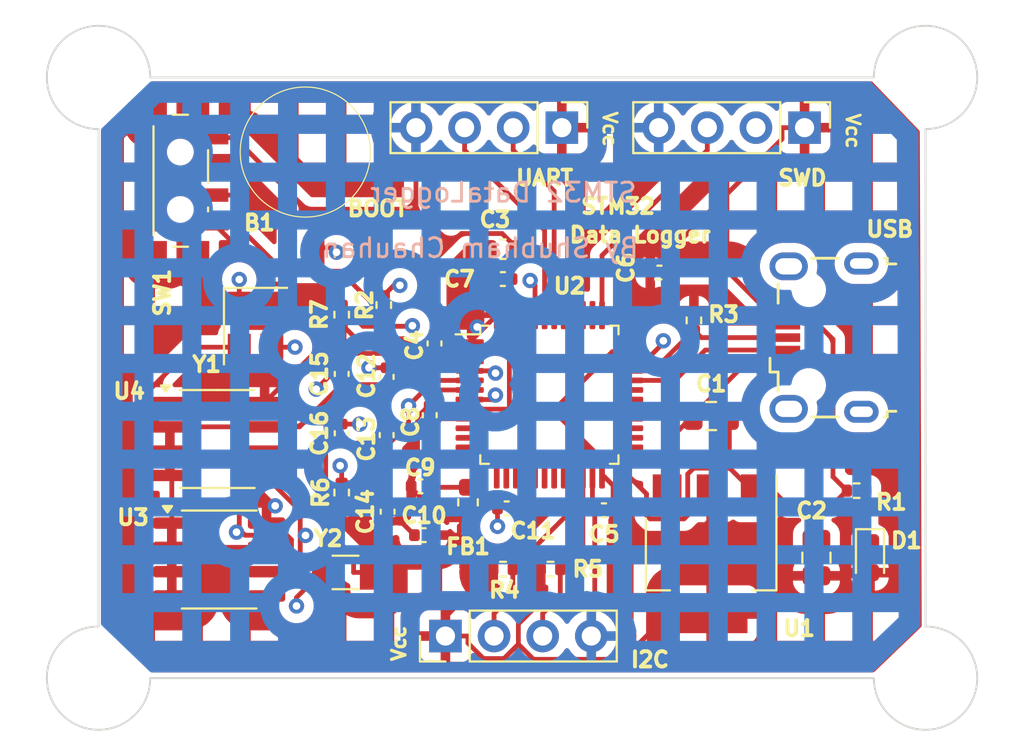
<source format=kicad_pcb>
(kicad_pcb (version 20240108) (generator "pcbnew") (generator_version "8.0")
  (title_block (title "STM32 Data Logger") (date "2026-01-10"))
  (layers (0 "F.Cu" mixed) (1 "In1.Cu" mixed) (2 "In2.Cu" mixed) (31 "B.Cu" power) (34 "B.Paste" user) (35 "F.Paste" user) (36 "B.SilkS" user "B.Silkscreen") (37 "F.SilkS" user "F.Silkscreen") (38 "B.Mask" user) (39 "F.Mask" user) (44 "Edge.Cuts" user))
  (net 0 "")
  (net 1 "VBUS")
  (net 2 "GND")
  (net 3 "+3.3V")
  (net 4 "+3.3VA")
  (net 5 "/NRST")
  (net 6 "/HSE_IN")
  (net 7 "/HSE_OUT")
  (net 8 "/PWR_LED_K")
  (net 9 "/USB_D-")
  (net 10 "/USB_D+")
  (net 13 "/USART1_TX")
  (net 14 "/USART1_RX")
  (net 15 "/SWDIO")
  (net 16 "/SWCLK")
  (net 17 "/I2C2_SCL")
  (net 18 "/I2C2_SDA")
  (net 19 "/BOOT0_SW")
  (net 20 "/BOOT0")
  (net 49 "Net-(U2-PC14)")
  (net 50 "Net-(U2-PC15)")
  (net 51 "/VBAT")
  (footprint "Capacitor_SMD:C_0402_1005Metric" (layer "F.Cu") (at 138.68 108.125 180)
    (property "Reference" "C10")
    (property "Value" "1u")
  )
  (footprint "MountingHole:MountingHole_2.2mm_M2" (layer "F.Cu") (at 164.9 115.6)
    (property "Reference" "H2")
    (property "Value" "MountingHole")
  )
  (footprint "Package_TO_SOT_SMD:SOT-223-3_TabPin2" (layer "F.Cu") (at 153.7 109.1 -90)
    (property "Reference" "U1")
    (property "Value" "AMS1117-3.3")
  )
  (footprint "Resistor_SMD:R_0402_1005Metric" (layer "F.Cu") (at 134.4 105.9 -90)
    (property "Reference" "R6")
    (property "Value" "220K")
  )
  (footprint "Resistor_SMD:R_0402_1005Metric" (layer "F.Cu") (at 161.3 105.8 180)
    (property "Reference" "R1")
    (property "Value" "1k5")
  )
  (footprint "Capacitor_SMD:C_0402_1005Metric" (layer "F.Cu") (at 143.02 106.725)
    (property "Reference" "C11")
    (property "Value" "100n")
  )
  (footprint "Resistor_SMD:R_0402_1005Metric" (layer "F.Cu") (at 134.4 96.6 90)
    (property "Reference" "R7")
    (property "Value" "100K")
  )
  (footprint "Package_SO:SOIC-8_3.9x4.9mm_P1.27mm" (layer "F.Cu") (at 128 109.4)
    (property "Reference" "U3")
    (property "Value" "24LC1025")
  )
  (footprint "Package_SO:SOIC-8_3.9x4.9mm_P1.27mm" (layer "F.Cu") (at 127.9 103.1)
    (property "Reference" "U4")
    (property "Value" "24LC1025")
  )
  (footprint "Connector_PinHeader_2.54mm:PinHeader_1x04_P2.54mm_Vertical" (layer "F.Cu") (at 158.58 86.825 -90)
    (property "Reference" "J3")
    (property "Value" "Conn_01x04_Pin")
  )
  (footprint "Crystal:Crystal_SMD_3215-2Pin_3.2x1.5mm" (layer "F.Cu") (at 134.6 110.075)
    (property "Reference" "Y2")
    (property "Value" "32.768 MHz")
  )
  (footprint "MountingHole:MountingHole_2.2mm_M2" (layer "F.Cu") (at 164.9 84.2)
    (property "Reference" "H3")
    (property "Value" "MountingHole")
  )
  (footprint "Capacitor_SMD:C_0402_1005Metric" (layer "F.Cu") (at 139 101.855 90)
    (property "Reference" "C8")
    (property "Value" "10n")
  )
  (footprint "MountingHole:MountingHole_2.2mm_M2" (layer "F.Cu") (at 121.7 115.6)
    (property "Reference" "H1")
    (property "Value" "MountingHole")
  )
  (footprint "Resistor_SMD:R_0402_1005Metric" (layer "F.Cu") (at 145.31 109.9)
    (property "Reference" "R5")
    (property "Value" "4.7K")
  )
  (footprint "Inductor_SMD:L_0603_1608Metric" (layer "F.Cu") (at 141 106.4125 90)
    (property "Reference" "FB1")
    (property "Value" "120R")
  )
  (footprint "LED_SMD:LED_0603_1608Metric" (layer "F.Cu") (at 162 109.3 -90)
    (property "Reference" "D1")
    (property "Value" "LED")
  )
  (footprint "Capacitor_SMD:C_0402_1005Metric" (layer "F.Cu") (at 142.82 94.7382)
    (property "Reference" "C7")
    (property "Value" "100n")
  )
  (footprint "Capacitor_SMD:C_0402_1005Metric" (layer "F.Cu") (at 134.4 102.8 90)
    (property "Reference" "C16")
    (property "Value" "10pF")
  )
  (footprint "Resistor_SMD:R_0402_1005Metric" (layer "F.Cu") (at 152.8 96.9 -90)
    (property "Reference" "R3")
    (property "Value" "1k5")
  )
  (footprint "Button_Switch_SMD:SW_SPDT_PCM12" (layer "F.Cu") (at 126.3 89.6 -90)
    (property "Reference" "SW1")
    (property "Value" "SW_SPDT")
  )
  (footprint "Connector_PinHeader_2.54mm:PinHeader_1x04_P2.54mm_Vertical" (layer "F.Cu") (at 145.9 86.825 -90)
    (property "Reference" "J2")
    (property "Value" "Conn_01x04_Pin")
  )
  (footprint "Capacitor_SMD:C_0603_1608Metric" (layer "F.Cu") (at 142.825 93.1758)
    (property "Reference" "C3")
    (property "Value" "10u")
  )
  (footprint "Capacitor_SMD:C_0402_1005Metric" (layer "F.Cu") (at 151 94.4)
    (property "Reference" "C6")
    (property "Value" "100n")
  )
  (footprint "Crystal:Crystal_SMD_3225-4Pin_3.2x2.5mm" (layer "F.Cu") (at 129.9 97.2 -90)
    (property "Reference" "Y1")
    (property "Value" "16MHz")
  )
  (footprint "Capacitor_SMD:C_0402_1005Metric" (layer "F.Cu") (at 148.1 106.825 180)
    (property "Reference" "C5")
    (property "Value" "100n")
  )
  (footprint "Package_QFP:LQFP-48_7x7mm_P0.5mm" (layer "F.Cu") (at 145.25 100.7875)
    (property "Reference" "U2")
    (property "Value" "STM32F103C8Tx")
  )
  (footprint "MS621T-FL11E:MS621FE-FL11E" (layer "F.Cu") (at 132.5 88.1 -90)
    (property "Reference" "B1")
    (property "Value" "MS621T-FL11E")
    (property "VALUE" "3.0mAh" (hide yes))
  )
  (footprint "MountingHole:MountingHole_2.2mm_M2" (layer "F.Cu") (at 121.7 84.2)
    (property "Reference" "H4")
    (property "Value" "MountingHole")
  )
  (footprint "Capacitor_SMD:C_0805_2012Metric" (layer "F.Cu") (at 153.7 101.9)
    (property "Reference" "C1")
    (property "Value" "22u")
  )
  (footprint "Capacitor_SMD:C_0805_2012Metric" (layer "F.Cu") (at 159.2 109.3 90)
    (property "Reference" "C2")
    (property "Value" "22u")
  )
  (footprint "Capacitor_SMD:C_0402_1005Metric" (layer "F.Cu") (at 138.51 105.575 180)
    (property "Reference" "C9")
    (property "Value" "1u")
  )
  (footprint "Capacitor_SMD:C_0402_1005Metric" (layer "F.Cu") (at 134.4 99.7 90)
    (property "Reference" "C15")
    (property "Value" "10pF")
  )
  (footprint "Capacitor_SMD:C_0402_1005Metric" (layer "F.Cu") (at 136.75 102.895 90)
    (property "Reference" "C13")
    (property "Value" "10p")
  )
  (footprint "Resistor_SMD:R_0402_1005Metric" (layer "F.Cu") (at 136.6 96.1 90)
    (property "Reference" "R2")
    (property "Value" "10k")
  )
  (footprint "Connector_PinHeader_2.54mm:PinHeader_1x04_P2.54mm_Vertical" (layer "F.Cu") (at 139.82 113.4 90)
    (property "Reference" "J4")
    (property "Value" "Conn_01x04_Pin")
  )
  (footprint "Capacitor_SMD:C_0402_1005Metric" (layer "F.Cu") (at 136.75 99.855 -90)
    (property "Reference" "C12")
    (property "Value" "10p")
  )
  (footprint "Capacitor_SMD:C_0402_1005Metric" (layer "F.Cu") (at 136.8 106.9 90)
    (property "Reference" "C14")
    (property "Value" "100nF")
  )
  (footprint "Capacitor_SMD:C_0402_1005Metric" (layer "F.Cu") (at 139.25 98.105 90)
    (property "Reference" "C4")
    (property "Value" "100n")
  )
  (footprint "Connector_USB:USB_Micro-B_Wuerth_629105150521" (layer "F.Cu") (at 159.6 97.8 90)
    (property "Reference" "J1")
    (property "Value" "USB_B_Micro")
  )
  (footprint "Resistor_SMD:R_0402_1005Metric" (layer "F.Cu") (at 142.83 109.9)
    (property "Reference" "R4")
    (property "Value" "4.7K")
  )
  (gr_arc (start 162.2 84.2) (mid 166.809188 82.290812) (end 164.9 86.9) (stroke (width 0.1)) (layer "Edge.Cuts"))
  (gr_line (start 124.4 115.6) (end 162.2 115.6) (stroke (width 0.1)) (layer "Edge.Cuts"))
  (gr_line (start 164.9 86.9) (end 164.9 112.9) (stroke (width 0.1)) (layer "Edge.Cuts"))
  (gr_arc (start 121.7 86.9) (mid 119.790812 82.290812) (end 124.4 84.2) (stroke (width 0.1)) (layer "Edge.Cuts"))
  (gr_line (start 121.7 86.9) (end 121.7 112.9) (stroke (width 0.1)) (layer "Edge.Cuts"))
  (gr_line (start 162.2 84.2) (end 124.4 84.2) (stroke (width 0.1)) (layer "Edge.Cuts"))
  (gr_arc (start 124.4 115.6) (mid 119.790812 117.509188) (end 121.7 112.9) (stroke (width 0.1)) (layer "Edge.Cuts"))
  (gr_arc (start 164.9 112.9) (mid 166.809188 117.509188) (end 162.2 115.6) (stroke (width 0.1)) (layer "Edge.Cuts"))
  (gr_text "STM32 DataLogger" (at 149.9 90.8 0) (layer "B.SilkS") (effects (font (size 1 1)) (justify left bottom mirror)))
  (gr_text "By Shubham Chauhan" (at 150 93.7 0) (layer "B.SilkS") (effects (font (size 1 1)) (justify left bottom mirror)))
  (gr_text "UART" (at 143.4 89.925 0) (layer "F.SilkS") (effects (font (size 0.8 0.8) (thickness 0.7)) (justify left bottom)))
  (gr_text "Vcc" (at 160.7 86 -90) (layer "F.SilkS") (effects (font (size 0.7 0.7)) (justify left bottom)))
  (gr_text "SWD" (at 157.1 89.925 0) (layer "F.SilkS") (effects (font (size 0.8 0.8) (thickness 0.7)) (justify left bottom)))
  (gr_text "USB" (at 161.7 92.6 0) (layer "F.SilkS") (effects (font (size 0.8 0.8) (thickness 0.7)) (justify left bottom)))
  (gr_text "Data Logger" (at 146.2 92.9 0) (layer "F.SilkS") (effects (font (size 0.8 0.8) (thickness 0.7)) (justify left bottom)))
  (gr_text "I2C" (at 149.4 115.1 0) (layer "F.SilkS") (effects (font (size 0.8 0.8) (thickness 0.7)) (justify left bottom)))
  (gr_text "STM32" (at 146.8 91.4 0) (layer "F.SilkS") (effects (font (size 0.8 0.8) (thickness 0.7) (bold yes)) (justify left bottom)))
  (gr_text "Vcc" (at 148 85.9 -90) (layer "F.SilkS") (effects (font (size 0.7 0.7)) (justify left bottom)))
  (gr_text "Vcc" (at 137.8 114.8 90) (layer "F.SilkS") (effects (font (size 0.7 0.7) (thickness 0.175) (bold yes)) (justify left bottom)))
  (gr_text "BOOT" (at 134.6 91.525 0) (layer "F.SilkS") (effects (font (size 0.8 0.8) (thickness 0.7)) (justify left bottom)))
  (segment (start 151.4 103.25) (end 151.4 105.95) (width 0.25) (layer "F.Cu") (net 1))
  (segment (start 156.7233 99.1) (end 155.55 99.1) (width 0.25) (layer "F.Cu") (net 1))
  (segment (start 152.75 101.9) (end 151.4 103.25) (width 0.25) (layer "F.Cu") (net 1))
  (segment (start 155.55 99.1) (end 152.75 101.9) (width 0.25) (layer "F.Cu") (net 1))
  (segment (start 157.7 99.1) (end 156.7233 99.1) (width 0.25) (layer "F.Cu") (net 1))
  (segment (start 134.4 100.2574) (end 136.6724 100.2574) (width 0.25) (layer "F.Cu") (net 2))
  (segment (start 160.79 105.8) (end 159.995 106.595) (width 0.25) (layer "F.Cu") (net 2))
  (segment (start 152.7858 104.6233) (end 154.65 104.6233) (width 0.25) (layer "F.Cu") (net 2))
  (segment (start 145.4549 101.6193) (end 147.7398 103.9042) (width 0.25) (layer "F.Cu") (net 2))
  (segment (start 145.4549 101.6193) (end 145.3731 101.5375) (width 0.25) (layer "F.Cu") (net 2))
  (segment (start 138.03 105.6636) (end 138.6007 106.2343) (width 0.25) (layer "F.Cu") (net 2))
  (segment (start 156 105.95) (end 157.0767 105.95) (width 0.25) (layer "F.Cu") (net 2))
  (segment (start 136.6697 102.415) (end 136.75 102.415) (width 0.25) (layer "F.Cu") (net 2))
  (segment (start 152.2854 107.2767) (end 152.4767 107.0854) (width 0.25) (layer "F.Cu") (net 2))
  (segment (start 139.25 93.7654) (end 139.25 97.625) (width 0.25) (layer "F.Cu") (net 2))
  (segment (start 125.525 111.305) (end 125.525 110.035) (width 0.25) (layer "F.Cu") (net 2))
  (segment (start 130.475 108.765) (end 125.525 108.765) (width 0.25) (layer "F.Cu") (net 2))
  (segment (start 158.6767 96.5) (end 160.0652 97.8885) (width 0.25) (layer "F.Cu") (net 2))
  (segment (start 143 95.0382) (end 143 96.625) (width 0.25) (layer "F.Cu") (net 2))
  (segment (start 132.59 91.1333) (end 131.75 91.9733) (width 0.25) (layer "F.Cu") (net 2))
  (segment (start 138.03 105.575) (end 138.03 105.6636) (width 0.25) (layer "F.Cu") (net 2))
  (segment (start 142.7846 92.3604) (end 140.655 92.3604) (width 0.25) (layer "F.Cu") (net 2))
  (segment (start 129.05 97.2733) (end 130.6034 97.2733) (width 0.25) (layer "F.Cu") (net 2))
  (segment (start 125.525 110.035) (end 125.525 108.765) (width 0.25) (layer "F.Cu") (net 2))
  (segment (start 147.5 104.95) (end 147.5 106.705) (width 0.25) (layer "F.Cu") (net 2))
  (segment (start 150.5146 107.2767) (end 152.2854 107.2767) (width 0.25) (layer "F.Cu") (net 2))
  (segment (start 147.7398 103.9042) (end 147.5 104.144) (width 0.25) (layer "F.Cu") (net 2))
  (segment (start 157.7217 106.595) (end 157.0767 105.95) (width 0.25) (layer "F.Cu") (net 2))
  (segment (start 132.1924 102.465) (end 130.375 102.465) (width 0.25) (layer "F.Cu") (net 2))
  (segment (start 138.779 106.4126) (end 141.5724 106.4126) (width 0.25) (layer "F.Cu") (net 2))
  (segment (start 125.525 108.765) (end 125.525 107.495) (width 0.25) (layer "F.Cu") (net 2))
  (segment (start 138.6007 106.2343) (end 137.455 107.38) (width 0.25) (layer "F.Cu") (net 2))
  (segment (start 157.2117 96.5) (end 156.7233 96.5) (width 0.25) (layer "F.Cu") (net 2))
  (segment (start 140.1044 92.911) (end 138.28 91.0866) (width 0.25) (layer "F.Cu") (net 2))
  (segment (start 138.28 91.0866) (end 138.28 87.4133) (width 0.25) (layer "F.Cu") (net 2))
  (segment (start 134.4 100.18) (end 134.4 100.2574) (width 0.25) (layer "F.Cu") (net 2))
  (segment (start 156.7233 96.5) (end 154.6233 94.4) (width 0.25) (layer "F.Cu") (net 2))
  (segment (start 134.4353 103.3153) (end 134.4 103.28) (width 0.25) (layer "F.Cu") (net 2))
  (segment (start 136.75 100.335) (end 136.75 102.415) (width 0.25) (layer "F.Cu") (net 2))
  (segment (start 132.6367 91.0866) (end 132.59 91.1333) (width 0.25) (layer "F.Cu") (net 2))
  (segment (start 143.1607 101.5375) (end 141.0875 101.5375) (width 0.25) (layer "F.Cu") (net 2))
  (segment (start 131.75 93.15) (end 131.75 91.9733) (width 0.25) (layer "F.Cu") (net 2))
  (segment (start 126.593 98.3) (end 129.05 98.3) (width 0.25) (layer "F.Cu") (net 2))
  (segment (start 135.7694 103.3153) (end 134.4353 103.3153) (width 0.25) (layer "F.Cu") (net 2))
  (segment (start 148.5367 98.5375) (end 145.4549 101.6193) (width 0.25) (layer "F.Cu") (net 2))
  (segment (start 127.73 87.35) (end 128.8067 87.35) (width 0.25) (layer "F.Cu") (net 2))
  (segment (start 138.03 104.0049) (end 138.03 105.575) (width 0.25) (layer "F.Cu") (net 2))
  (segment (start 147.62 112.0433) (end 147.62 106.825) (width 0.25) (layer "F.Cu") (net 2))
  (segment (start 125.425 105.005) (end 125.525 105.105) (width 0.25) (layer "F.Cu") (net 2))
  (segment (start 139 101.5375) (end 138.7757 101.5375) (width 0.25) (layer "F.Cu") (net 2))
  (segment (start 141.0875 101.5375) (end 139 101.5375) (width 0.25) (layer "F.Cu") (net 2))
  (segment (start 154.65 104.6233) (end 154.6733 104.6233) (width 0.25) (layer "F.Cu") (net 2))
  (segment (start 134.4 100.2574) (end 132.1924 102.465) (width 0.25) (layer "F.Cu") (net 2))
  (segment (start 157.2117 96.5) (end 157.7 96.5) (width 0.25) (layer "F.Cu") (net 2))
  (segment (start 139 101.5375) (end 139 101.375) (width 0.25) (layer "F.Cu") (net 2))
  (segment (start 136.3873 104.0049) (end 135.7694 103.387) (width 0.25) (layer "F.Cu") (net 2))
  (segment (start 130.6034 97.2733) (end 130.75 97.1267) (width 0.25) (layer "F.Cu") (net 2))
  (segment (start 154.6733 104.6233) (end 156 105.95) (width 0.25) (layer "F.Cu") (net 2))
  (segment (start 137.455 107.38) (end 138.2 108.125) (width 0.25) (layer "F.Cu") (net 2))
  (segment (start 141.5724 106.4126) (end 141.9462 106.0388) (width 0.25) (layer "F.Cu") (net 2))
  (segment (start 141.9462 106.0388) (end 142.8968 106.0388) (width 0.25) (layer "F.Cu") (net 2))
  (segment (start 135.7694 103.387) (end 135.7694 103.3153) (width 0.25) (layer "F.Cu") (net 2))
  (segment (start 159.2 106.595) (end 159.2 108.35) (width 0.25) (layer "F.Cu") (net 2))
  (segment (start 143.3 94.7382) (end 143 95.0382) (width 0.25) (layer "F.Cu") (net 2))
  (segment (start 149.4125 98.5375) (end 148.5367 98.5375) (width 0.25) (layer "F.Cu") (net 2))
  (segment (start 138.28 91.0866) (end 132.6367 91.0866) (width 0.25) (layer "F.Cu") (net 2))
  (segment (start 159.995 106.595) (end 159.2 106.595) (width 0.25) (layer "F.Cu") (net 2))
  (segment (start 138.7757 101.5375) (end 138.3628 101.9504) (width 0.25) (layer "F.Cu") (net 2))
  (segment (start 152.4767 104.9324) (end 152.7858 104.6233) (width 0.25) (layer "F.Cu") (net 2))
  (segment (start 147.44 112.2233) (end 147.62 112.0433) (width 0.25) (layer "F.Cu") (net 2))
  (segment (start 135.7694 103.3153) (end 136.6697 102.415) (width 0.25) (layer "F.Cu") (net 2))
  (segment (start 150.3233 105.9666) (end 150.3233 107.0854) (width 0.25) (layer "F.Cu") (net 2))
  (segment (start 124.1103 101.5816) (end 124.1103 100.7827) (width 0.25) (layer "F.Cu") (net 2))
  (segment (start 160.0652 97.8885) (end 160.0652 105.0752) (width 0.25) (layer "F.Cu") (net 2))
  (segment (start 125.425 102.465) (end 124.9937 102.465) (width 0.25) (layer "F.Cu") (net 2))
  (segment (start 130.375 102.465) (end 125.425 102.465) (width 0.25) (layer "F.Cu") (net 2))
  (segment (start 143.1607 98.4038) (end 143.1607 101.5375) (width 0.25) (layer "F.Cu") (net 2))
  (segment (start 143.5 106.642) (end 143.5 106.725) (width 0.25) (layer "F.Cu") (net 2))
  (segment (start 140.1044 92.911) (end 139.25 93.7654) (width 0.25) (layer "F.Cu") (net 2))
  (segment (start 138.6007 106.2343) (end 138.779 106.4126) (width 0.25) (layer "F.Cu") (net 2))
  (segment (start 125.425 105.005) (end 125.425 103.735) (width 0.25) (layer "F.Cu") (net 2))
  (segment (start 147.44 113.4) (end 147.44 112.2233) (width 0.25) (layer "F.Cu") (net 2))
  (segment (start 140.655 92.3604) (end 140.1044 92.911) (width 0.25) (layer "F.Cu") (net 2))
  (segment (start 160.0652 105.0752) (end 160.79 105.8) (width 0.25) (layer "F.Cu") (net 2))
  (segment (start 157.7 96.5) (end 158.6767 96.5) (width 0.25) (layer "F.Cu") (net 2))
  (segment (start 143.6 93.1758) (end 143.3 93.4758) (width 0.25) (layer "F.Cu") (net 2))
  (segment (start 138.3628 103.6721) (end 138.03 104.0049) (width 0.25) (layer "F.Cu") (net 2))
  (segment (start 143 96.625) (end 143 98.2431) (width 0.25) (layer "F.Cu") (net 2))
  (segment (start 125.425 103.735) (end 125.425 102.465) (width 0.25) (layer "F.Cu") (net 2))
  (segment (start 129.05 98.3) (end 129.05 97.2733) (width 0.25) (layer "F.Cu") (net 2))
  (segment (start 154.6233 94.4) (end 151.48 94.4) (width 0.25) (layer "F.Cu") (net 2))
  (segment (start 125.525 105.105) (end 125.525 107.495) (width 0.25) (layer "F.Cu") (net 2))
  (segment (start 147.7398 103.9042) (end 147.7585 103.8855) (width 0.25) (layer "F.Cu") (net 2))
  (segment (start 143.3 93.4758) (end 143.3 94.7382) (width 0.25) (layer "F.Cu") (net 2))
  (segment (start 147.7585 103.8855) (end 148.2422 103.8855) (width 0.25) (layer "F.Cu") (net 2))
  (segment (start 154.65 104.6233) (end 154.65 101.9) (width 0.25) (layer "F.Cu") (net 2))
  (segment (start 150.3233 107.0854) (end 150.5146 107.2767) (width 0.25) (layer "F.Cu") (net 2))
  (segment (start 152.4767 107.0854) (end 152.4767 104.9324) (width 0.25) (layer "F.Cu") (net 2))
  (segment (start 138.3628 101.9504) (end 138.3628 103.6721) (width 0.25) (layer "F.Cu") (net 2))
  (segment (start 130.75 96.1) (end 130.75 97.1267) (width 0.25) (layer "F.Cu") (net 2))
  (segment (start 145.3731 101.5375) (end 143.1607 101.5375) (width 0.25) (layer "F.Cu") (net 2))
  (segment (start 138.28 86.825) (end 138.28 87.4133) (width 0.25) (layer "F.Cu") (net 2))
  (segment (start 159.2 106.595) (end 157.7217 106.595) (width 0.25) (layer "F.Cu") (net 2))
  (segment (start 143.6 93.1758) (end 142.7846 92.3604) (width 0.25) (layer "F.Cu") (net 2))
  (segment (start 124.1103 100.7827) (end 126.593 98.3) (width 0.25) (layer "F.Cu") (net 2))
  (segment (start 147.5 104.144) (end 147.5 104.95) (width 0.25) (layer "F.Cu") (net 2))
  (segment (start 143 98.2431) (end 143.1607 98.4038) (width 0.25) (layer "F.Cu") (net 2))
  (segment (start 138.03 104.0049) (end 136.3873 104.0049) (width 0.25) (layer "F.Cu") (net 2))
  (segment (start 142.8968 106.0388) (end 143.5 106.642) (width 0.25) (layer "F.Cu") (net 2))
  (segment (start 148.2422 103.8855) (end 150.3233 105.9666) (width 0.25) (layer "F.Cu") (net 2))
  (segment (start 136.6724 100.2574) (end 136.75 100.335) (width 0.25) (layer "F.Cu") (net 2))
  (segment (start 132.59 91.1333) (end 128.8067 87.35) (width 0.25) (layer "F.Cu") (net 2))
  (segment (start 147.5 106.705) (end 147.62 106.825) (width 0.25) (layer "F.Cu") (net 2))
  (segment (start 124.9937 102.465) (end 124.1103 101.5816) (width 0.25) (layer "F.Cu") (net 2))
  (segment (start 136.8 107.38) (end 137.455 107.38) (width 0.25) (layer "F.Cu") (net 2))
  (segment (start 133.9677 97.6023) (end 133.9677 97.5423) (width 0.25) (layer "F.Cu") (net 3))
  (segment (start 142.32 109.9) (end 140.545 108.125) (width 0.25) (layer "F.Cu") (net 3))
  (segment (start 153.7 112.25) (end 155.9267 112.25) (width 0.25) (layer "F.Cu") (net 3))
  (segment (start 139.5785 98.585) (end 140.126 98.0375) (width 0.25) (layer "F.Cu") (net 3))
  (segment (start 148.58 106.825) (end 150.1842 108.4292) (width 0.25) (layer "F.Cu") (net 3))
  (segment (start 149.4125 98.0375) (end 151.06 96.39) (width 0.25) (layer "F.Cu") (net 3))
  (segment (start 143.63 113.8265) (end 142.8798 114.5767) (width 0.25) (layer "F.Cu") (net 3))
  (segment (start 133.9677 97.5423) (end 134.4 97.11) (width 0.25) (layer "F.Cu") (net 3))
  (segment (start 157.9267 110.25) (end 155.9267 112.25) (width 0.25) (layer "F.Cu") (net 3))
  (segment (start 140.545 107.655) (end 140.545 108.125) (width 0.25) (layer "F.Cu") (net 3))
  (segment (start 149.106 114.6173) (end 151.4733 112.25) (width 0.25) (layer "F.Cu") (net 3))
  (segment (start 153.7 112.25) (end 151.4733 112.25) (width 0.25) (layer "F.Cu") (net 3))
  (segment (start 150.52 95.85) (end 151.06 96.39) (width 0.25) (layer "F.Cu") (net 3))
  (segment (start 144.8 109.9) (end 144.8 111.6) (width 0.25) (layer "F.Cu") (net 3))
  (segment (start 150.1842 108.4292) (end 151.4733 108.4292) (width 0.25) (layer "F.Cu") (net 3))
  (segment (start 151.06 96.39) (end 152.8 96.39) (width 0.25) (layer "F.Cu") (net 3))
  (segment (start 139.25 98.585) (end 138.4248 98.585) (width 0.25) (layer "F.Cu") (net 3))
  (segment (start 130.375 101.195) (end 133.9677 97.6023) (width 0.25) (layer "F.Cu") (net 3))
  (segment (start 142.34 94.7382) (end 142.05 94.4482) (width 0.25) (layer "F.Cu") (net 3))
  (segment (start 136.7585 108.7685) (end 134.4 106.41) (width 0.25) (layer "F.Cu") (net 3))
  (segment (start 137.6978 97.858) (end 135.148 97.858) (width 0.25) (layer "F.Cu") (net 3))
  (segment (start 125.425 101.195) (end 130.375 101.195) (width 0.25) (layer "F.Cu") (net 3))
  (segment (start 142.34 94.7382) (end 142.34 96.465) (width 0.25) (layer "F.Cu") (net 3))
  (segment (start 139.16 108.1996) (end 138.5911 108.7685) (width 0.25) (layer "F.Cu") (net 3))
  (segment (start 138.5911 108.7685) (end 136.7585 108.7685) (width 0.25) (layer "F.Cu") (net 3))
  (segment (start 139.9967 112.2233) (end 142.32 109.9) (width 0.25) (layer "F.Cu") (net 3))
  (segment (start 144.8 111.6) (end 143.63 112.77) (width 0.25) (layer "F.Cu") (net 3))
  (segment (start 130.8748 94.9948) (end 127.73 91.85) (width 0.25) (layer "F.Cu") (net 3))
  (segment (start 140.9967 113.7678) (end 140.9967 113.4) (width 0.25) (layer "F.Cu") (net 3))
  (segment (start 139.16 108.125) (end 140.545 108.125) (width 0.25) (layer "F.Cu") (net 3))
  (segment (start 152.5475 108.4292) (end 153.7 107.2767) (width 0.25) (layer "F.Cu") (net 3))
  (segment (start 130.475 107.0437) (end 130.475 107.495) (width 0.25) (layer "F.Cu") (net 3))
  (segment (start 150.52 94.4) (end 150.52 95.85) (width 0.25) (layer "F.Cu") (net 3))
  (segment (start 139.82 113.4) (end 140.9967 113.4) (width 0.25) (layer "F.Cu") (net 3))
  (segment (start 157.4033 86.825) (end 157.4033 87.4153) (width 0.25) (layer "F.Cu") (net 3))
  (segment (start 143.63 112.77) (end 143.63 113.8265) (width 0.25) (layer "F.Cu") (net 3))
  (segment (start 139.82 113.4) (end 139.82 112.2233) (width 0.25) (layer "F.Cu") (net 3))
  (segment (start 141.6814 97.4436) (end 141.0875 98.0375) (width 0.25) (layer "F.Cu") (net 3))
  (segment (start 151.4733 112.25) (end 151.4733 108.4292) (width 0.25) (layer "F.Cu") (net 3))
  (segment (start 157.4033 87.4153) (end 150.52 94.2986) (width 0.25) (layer "F.Cu") (net 3))
  (segment (start 144.4208 114.6173) (end 149.106 114.6173) (width 0.25) (layer "F.Cu") (net 3))
  (segment (start 139.82 112.2233) (end 139.9967 112.2233) (width 0.25) (layer "F.Cu") (net 3))
  (segment (start 161.8375 110.25) (end 159.2 110.25) (width 0.25) (layer "F.Cu") (net 3))
  (segment (start 143.63 113.8265) (end 144.4208 114.6173) (width 0.25) (layer "F.Cu") (net 3))
  (segment (start 139.25 98.585) (end 139.5785 98.585) (width 0.25) (layer "F.Cu") (net 3))
  (segment (start 131.4202 94.9948) (end 130.8748 94.9948) (width 0.25) (layer "F.Cu") (net 3))
  (segment (start 150.52 94.2986) (end 150.52 94.4) (width 0.25) (layer "F.Cu") (net 3))
  (segment (start 142.8798 114.5767) (end 141.8056 114.5767) (width 0.25) (layer "F.Cu") (net 3))
  (segment (start 141.6814 97.4436) (end 141.4815 97.2438) (width 0.25) (layer "F.Cu") (net 3))
  (segment (start 148.58 106.825) (end 148.58 105.53) (width 0.25) (layer "F.Cu") (net 3))
  (segment (start 133.9677 97.5423) (end 131.4202 94.9948) (width 0.25) (layer "F.Cu") (net 3))
  (segment (start 158.58 86.825) (end 157.4033 86.825) (width 0.25) (layer "F.Cu") (net 3))
  (segment (start 151.4733 108.4292) (end 152.5475 108.4292) (width 0.25) (layer "F.Cu") (net 3))
  (segment (start 153.7 105.95) (end 153.7 107.2767) (width 0.25) (layer "F.Cu") (net 3))
  (segment (start 135.148 97.858) (end 134.4 97.11) (width 0.25) (layer "F.Cu") (net 3))
  (segment (start 140.126 98.0375) (end 141.0875 98.0375) (width 0.25) (layer "F.Cu") (net 3))
  (segment (start 139.16 108.125) (end 139.16 108.1996) (width 0.25) (layer "F.Cu") (net 3))
  (segment (start 141.8056 114.5767) (end 140.9967 113.7678) (width 0.25) (layer "F.Cu") (net 3))
  (segment (start 159.2 110.25) (end 157.9267 110.25) (width 0.25) (layer "F.Cu") (net 3))
  (segment (start 138.4248 98.585) (end 137.6978 97.858) (width 0.25) (layer "F.Cu") (net 3))
  (segment (start 142.5 96.625) (end 141.6814 97.4436) (width 0.25) (layer "F.Cu") (net 3))
  (segment (start 142.05 94.4482) (end 142.05 93.1758) (width 0.25) (layer "F.Cu") (net 3))
  (segment (start 162 110.0875) (end 161.8375 110.25) (width 0.25) (layer "F.Cu") (net 3))
  (segment (start 142.34 96.465) (end 142.5 96.625) (width 0.25) (layer "F.Cu") (net 3))
  (segment (start 148.58 105.53) (end 148 104.95) (width 0.25) (layer "F.Cu") (net 3))
  (segment (start 141 107.2) (end 140.545 107.655) (width 0.25) (layer "F.Cu") (net 3))
  (segment (start 130.9261 106.5926) (end 130.475 107.0437) (width 0.25) (layer "F.Cu") (net 3))
  (via (at 141.4815 97.2438) (size 0.8) (drill 0.4) (layers "F.Cu" "B.Cu") (net 3))
  (via (at 130.9261 106.5926) (size 0.8) (drill 0.4) (layers "F.Cu" "B.Cu") (net 3))
  (segment (start 139.2975 102.0375) (end 139 102.335) (width 0.25) (layer "F.Cu") (net 4))
  (segment (start 141.0875 102.0375) (end 139.2975 102.0375) (width 0.25) (layer "F.Cu") (net 4))
  (segment (start 139.06 105.625) (end 139 105.565) (width 0.25) (layer "F.Cu") (net 4))
  (segment (start 139 102.335) (end 139 105.565) (width 0.25) (layer "F.Cu") (net 4))
  (segment (start 139 105.565) (end 138.99 105.575) (width 0.25) (layer "F.Cu") (net 4))
  (segment (start 141 105.625) (end 139.06 105.625) (width 0.25) (layer "F.Cu") (net 4))
  (segment (start 141.0875 101.0375) (end 142.2018 101.0375) (width 0.25) (layer "F.Cu") (net 5))
  (segment (start 142.54 107.6661) (end 142.54 106.725) (width 0.25) (layer "F.Cu") (net 5))
  (segment (start 135.5172 97.2072) (end 138.0643 97.2072) (width 0.25) (layer "F.Cu") (net 5))
  (segment (start 138.0643 97.2072) (end 138.0944 97.1771) (width 0.25) (layer "F.Cu") (net 5))
  (segment (start 134.4 96.09) (end 135.5172 97.2072) (width 0.25) (layer "F.Cu") (net 5))
  (segment (start 142.2018 101.0375) (end 142.4339 100.8054) (width 0.25) (layer "F.Cu") (net 5))
  (via (at 142.54 107.6661) (size 0.8) (drill 0.4) (layers "F.Cu" "B.Cu") (net 5))
  (via (at 142.4339 100.8054) (size 0.8) (drill 0.4) (layers "F.Cu" "B.Cu") (net 5))
  (via (at 138.0944 97.1771) (size 0.8) (drill 0.4) (layers "F.Cu" "B.Cu") (net 5))
  (segment (start 136.75 99.375) (end 136.9629 99.375) (width 0.25) (layer "F.Cu") (net 6))
  (segment (start 136.9629 99.375) (end 137.6254 100.0375) (width 0.25) (layer "F.Cu") (net 6))
  (segment (start 137.6254 100.0375) (end 141.0875 100.0375) (width 0.25) (layer "F.Cu") (net 6))
  (segment (start 129.05 94.7611) (end 129.05 96.1) (width 0.25) (layer "F.Cu") (net 6))
  (segment (start 136.75 99.375) (end 135.825 99.375) (width 0.25) (layer "F.Cu") (net 6))
  (via (at 129.05 94.7611) (size 0.8) (drill 0.4) (layers "F.Cu" "B.Cu") (net 6))
  (via (at 135.825 99.375) (size 0.8) (drill 0.4) (layers "F.Cu" "B.Cu") (net 6))
  (segment (start 136.838 103.375) (end 136.75 103.375) (width 0.25) (layer "F.Cu") (net 7))
  (segment (start 131.9623 98.2975) (end 131.6792 98.2975) (width 0.25) (layer "F.Cu") (net 7))
  (segment (start 137.8943 102.3187) (end 136.838 103.375) (width 0.25) (layer "F.Cu") (net 7))
  (segment (start 130.75 98.3) (end 131.6767 98.3) (width 0.25) (layer "F.Cu") (net 7))
  (segment (start 138.7194 100.5375) (end 137.8943 101.3626) (width 0.25) (layer "F.Cu") (net 7))
  (segment (start 137.8943 101.3626) (end 137.8943 102.3187) (width 0.25) (layer "F.Cu") (net 7))
  (segment (start 141.0875 100.5375) (end 138.7194 100.5375) (width 0.25) (layer "F.Cu") (net 7))
  (segment (start 131.6792 98.2975) (end 131.6767 98.3) (width 0.25) (layer "F.Cu") (net 7))
  (via (at 137.8943 101.3626) (size 0.8) (drill 0.4) (layers "F.Cu" "B.Cu") (net 7))
  (via (at 131.9623 98.2975) (size 0.8) (drill 0.4) (layers "F.Cu" "B.Cu") (net 7))
  (segment (start 161.81 108.3225) (end 161.81 105.8) (width 0.25) (layer "F.Cu") (net 8))
  (segment (start 162 108.5125) (end 161.81 108.3225) (width 0.25) (layer "F.Cu") (net 8))
  (segment (start 151.8047 100.0375) (end 149.4125 100.0375) (width 0.25) (layer "F.Cu") (net 9))
  (segment (start 153.3922 98.45) (end 151.8047 100.0375) (width 0.25) (layer "F.Cu") (net 9))
  (segment (start 157.7 98.45) (end 153.3922 98.45) (width 0.25) (layer "F.Cu") (net 9))
  (segment (start 150.6725 99.5375) (end 152.8 97.41) (width 0.25) (layer "F.Cu") (net 10))
  (segment (start 153.19 97.8) (end 152.8 97.41) (width 0.25) (layer "F.Cu") (net 10))
  (segment (start 149.4125 99.5375) (end 150.6725 99.5375) (width 0.25) (layer "F.Cu") (net 10))
  (segment (start 157.7 97.8) (end 153.19 97.8) (width 0.25) (layer "F.Cu") (net 10))
  (segment (start 143.36 86.825) (end 143.36 88.0017) (width 0.25) (layer "F.Cu") (net 13))
  (segment (start 145.5 96.625) (end 145.5 90.1417) (width 0.25) (layer "F.Cu") (net 13))
  (segment (start 145.5 90.1417) (end 143.36 88.0017) (width 0.25) (layer "F.Cu") (net 13))
  (segment (start 140.82 86.825) (end 140.82 88.0017) (width 0.25) (layer "F.Cu") (net 14))
  (segment (start 145 96.625) (end 145 92.1817) (width 0.25) (layer "F.Cu") (net 14))
  (segment (start 145 92.1817) (end 140.82 88.0017) (width 0.25) (layer "F.Cu") (net 14))
  (segment (start 151.2027 98.0809) (end 151.2027 97.9662) (width 0.25) (layer "F.Cu") (net 15))
  (segment (start 149.4125 99.0375) (end 150.2461 99.0375) (width 0.25) (layer "F.Cu") (net 15))
  (segment (start 150.2461 99.0375) (end 151.2027 98.0809) (width 0.25) (layer "F.Cu") (net 15))
  (via (at 151.2027 97.9662) (size 0.8) (drill 0.4) (layers "F.Cu" "B.Cu") (net 15))
  (segment (start 153.5 86.825) (end 153.5 88.0017) (width 0.25) (layer "F.Cu") (net 16))
  (segment (start 148 96.625) (end 148 93.5017) (width 0.25) (layer "F.Cu") (net 16))
  (segment (start 148 93.5017) (end 153.5 88.0017) (width 0.25) (layer "F.Cu") (net 16))
  (segment (start 131.7773 108.3659) (end 131.5414 108.13) (width 0.25) (layer "F.Cu") (net 17))
  (segment (start 131.7773 109.2003) (end 131.7773 108.3659) (width 0.25) (layer "F.Cu") (net 17))
  (segment (start 129.051 104.6012) (end 129.9172 103.735) (width 0.25) (layer "F.Cu") (net 17))
  (segment (start 142.36 113.4) (end 142.36 112.2233) (width 0.25) (layer "F.Cu") (net 17))
  (segment (start 130.475 110.035) (end 130.9426 110.035) (width 0.25) (layer "F.Cu") (net 17))
  (segment (start 129.9172 103.735) (end 130.375 103.735) (width 0.25) (layer "F.Cu") (net 17))
  (segment (start 143.34 111.2433) (end 142.36 112.2233) (width 0.25) (layer "F.Cu") (net 17))
  (segment (start 146.5 104.95) (end 146.5 106.74) (width 0.25) (layer "F.Cu") (net 17))
  (segment (start 128.9073 107.9696) (end 129.051 107.8259) (width 0.25) (layer "F.Cu") (net 17))
  (segment (start 131.5414 108.13) (end 129.3551 108.13) (width 0.25) (layer "F.Cu") (net 17))
  (segment (start 143.34 109.9) (end 143.34 111.2433) (width 0.25) (layer "F.Cu") (net 17))
  (segment (start 130.9426 110.035) (end 131.7773 109.2003) (width 0.25) (layer "F.Cu") (net 17))
  (segment (start 129.3551 108.13) (end 129.051 107.8259) (width 0.25) (layer "F.Cu") (net 17))
  (segment (start 129.051 107.8259) (end 129.051 104.6012) (width 0.25) (layer "F.Cu") (net 17))
  (segment (start 146.5 106.74) (end 143.34 109.9) (width 0.25) (layer "F.Cu") (net 17))
  (via (at 128.9073 107.9696) (size 0.8) (drill 0.4) (layers "F.Cu" "B.Cu") (net 17))
  (segment (start 145.82 109.9) (end 147 108.72) (width 0.25) (layer "F.Cu") (net 18))
  (segment (start 144.9 113.4) (end 144.9 112.2233) (width 0.25) (layer "F.Cu") (net 18))
  (segment (start 147 108.72) (end 147 104.95) (width 0.25) (layer "F.Cu") (net 18))
  (segment (start 132.2355 106.8655) (end 130.375 105.005) (width 0.25) (layer "F.Cu") (net 18))
  (segment (start 132.2355 108.1402) (end 132.5115 108.1402) (width 0.25) (layer "F.Cu") (net 18))
  (segment (start 144.9 112.2233) (end 145.82 111.3033) (width 0.25) (layer "F.Cu") (net 18))
  (segment (start 132.2355 109.9535) (end 132.2355 108.1402) (width 0.25) (layer "F.Cu") (net 18))
  (segment (start 130.475 111.305) (end 130.884 111.305) (width 0.25) (layer "F.Cu") (net 18))
  (segment (start 132.2355 108.1402) (end 132.2355 106.8655) (width 0.25) (layer "F.Cu") (net 18))
  (segment (start 145.82 111.3033) (end 145.82 109.9) (width 0.25) (layer "F.Cu") (net 18))
  (segment (start 130.884 111.305) (end 132.2355 109.9535) (width 0.25) (layer "F.Cu") (net 18))
  (via (at 132.5115 108.1402) (size 0.8) (drill 0.4) (layers "F.Cu" "B.Cu") (net 18))
  (segment (start 134.3167 94.3267) (end 136.6 96.61) (width 0.25) (layer "F.Cu") (net 19))
  (segment (start 127.73 90.35) (end 128.8067 90.35) (width 0.25) (layer "F.Cu") (net 19))
  (segment (start 128.8067 90.35) (end 128.8067 91.7876) (width 0.25) (layer "F.Cu") (net 19))
  (segment (start 128.8067 91.7876) (end 131.3458 94.3267) (width 0.25) (layer "F.Cu") (net 19))
  (segment (start 131.3458 94.3267) (end 134.3167 94.3267) (width 0.25) (layer "F.Cu") (net 19))
  (segment (start 137.122 95.068) (end 136.6 95.59) (width 0.25) (layer "F.Cu") (net 20))
  (segment (start 144.5 95.068) (end 144.2438 94.8118) (width 0.25) (layer "F.Cu") (net 20))
  (segment (start 144.5 96.625) (end 144.5 95.068) (width 0.25) (layer "F.Cu") (net 20))
  (segment (start 137.4409 95.068) (end 137.122 95.068) (width 0.25) (layer "F.Cu") (net 20))
  (via (at 144.2438 94.8118) (size 0.8) (drill 0.4) (layers "F.Cu" "B.Cu") (net 20))
  (via (at 137.4409 95.068) (size 0.8) (drill 0.4) (layers "F.Cu" "B.Cu") (net 20))
  (segment (start 137.5597 99.2138) (end 136.9733 98.6274) (width 0.25) (layer "F.Cu") (net 49))
  (segment (start 134.9926 98.6274) (end 134.4 99.22) (width 0.25) (layer "F.Cu") (net 49))
  (segment (start 140.091 99.0375) (end 139.9147 99.2138) (width 0.25) (layer "F.Cu") (net 49))
  (segment (start 134.3436 99.22) (end 133.07 100.4936) (width 0.25) (layer "F.Cu") (net 49))
  (segment (start 141.0875 99.0375) (end 140.091 99.0375) (width 0.25) (layer "F.Cu") (net 49))
  (segment (start 132.0396 111.827) (end 132.0396 111.3854) (width 0.25) (layer "F.Cu") (net 49))
  (segment (start 134.4 99.22) (end 134.3436 99.22) (width 0.25) (layer "F.Cu") (net 49))
  (segment (start 139.9147 99.2138) (end 137.5597 99.2138) (width 0.25) (layer "F.Cu") (net 49))
  (segment (start 132.0396 111.3854) (end 133.35 110.075) (width 0.25) (layer "F.Cu") (net 49))
  (segment (start 136.9733 98.6274) (end 134.9926 98.6274) (width 0.25) (layer "F.Cu") (net 49))
  (via (at 132.0396 111.827) (size 0.8) (drill 0.4) (layers "F.Cu" "B.Cu") (net 49))
  (via (at 133.07 100.4936) (size 0.8) (drill 0.4) (layers "F.Cu" "B.Cu") (net 49))
  (segment (start 133.5637 103.1386) (end 134.3823 102.32) (width 0.25) (layer "F.Cu") (net 50))
  (segment (start 135.0233 109.2483) (end 133.5637 107.7887) (width 0.25) (layer "F.Cu") (net 50))
  (segment (start 135.0233 110.075) (end 135.0233 109.2483) (width 0.25) (layer "F.Cu") (net 50))
  (segment (start 134.4 102.32) (end 135.3419 102.32) (width 0.25) (layer "F.Cu") (net 50))
  (segment (start 135.85 110.075) (end 135.0233 110.075) (width 0.25) (layer "F.Cu") (net 50))
  (segment (start 133.5637 107.7887) (end 133.5637 103.1386) (width 0.25) (layer "F.Cu") (net 50))
  (segment (start 141.0875 99.5375) (end 142.3152 99.5375) (width 0.25) (layer "F.Cu") (net 50))
  (segment (start 134.3823 102.32) (end 134.4 102.32) (width 0.25) (layer "F.Cu") (net 50))
  (segment (start 142.3152 99.5375) (end 142.4339 99.6562) (width 0.25) (layer "F.Cu") (net 50))
  (via (at 135.3419 102.32) (size 0.8) (drill 0.4) (layers "F.Cu" "B.Cu") (net 50))
  (via (at 142.4339 99.6562) (size 0.8) (drill 0.4) (layers "F.Cu" "B.Cu") (net 50))
  (segment (start 134.319 104.4944) (end 134.4 104.5754) (width 0.25) (layer "F.Cu") (net 51))
  (segment (start 133.25 93.1) (end 133.8913 93.1) (width 0.25) (layer "F.Cu") (net 51))
  (segment (start 133.8913 93.1) (end 134.1298 93.3385) (width 0.25) (layer "F.Cu") (net 51))
  (segment (start 134.4 105.39) (end 135.77 105.39) (width 0.25) (layer "F.Cu") (net 51))
  (segment (start 135.77 105.39) (end 136.8 106.42) (width 0.25) (layer "F.Cu") (net 51))
  (segment (start 134.4 104.5754) (end 134.4 105.39) (width 0.25) (layer "F.Cu") (net 51))
  (via (at 134.319 104.4944) (size 0.8) (drill 0.4) (layers "F.Cu" "B.Cu") (net 51))
  (via (at 134.1298 93.3385) (size 0.8) (drill 0.4) (layers "F.Cu" "B.Cu") (net 51))
  (zone (net 3) (net_name "+3.3V") (layer "F.Cu") (connect_pads (clearance 0.5)) (min_thickness 0.25) (fill yes (mode hatch) (thermal_gap 0.5) (thermal_bridge_width 0.5) (hatch_thickness 1) (hatch_gap 1.5) (hatch_orientation 0) (hatch_border_algorithm hatch_thickness) (hatch_min_hole_area 0.3))
    (polygon (pts (xy 121.9 86.9) (xy 124.5 84.4) (xy 162.1 84.4) (xy 164.6 87) (xy 164.7 112.9) (xy 162.2 115.3) (xy 124.5 115.3) (xy 121.9 112.8)))
  )
  (zone (net 2) (net_name "GND") (layers "F&B.Cu") (connect_pads (clearance 0.5)) (min_thickness 0.25) (fill yes (mode hatch) (thermal_gap 0.5) (thermal_bridge_width 0.5) (hatch_thickness 1) (hatch_gap 1.5) (hatch_orientation 0) (hatch_border_algorithm hatch_thickness) (hatch_min_hole_area 0.3))
    (polygon (pts (xy 121.822792 86.903001) (xy 124.422792 84.403001) (xy 162.022792 84.403001) (xy 164.522792 87.003001) (xy 164.622792 112.903001) (xy 162.122792 115.303001) (xy 124.422792 115.303001) (xy 121.822792 112.803001)))
  )
)
</source>
